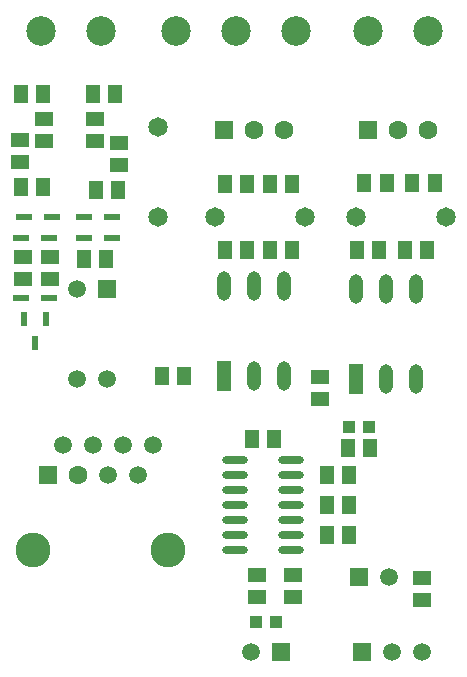
<source format=gbr>
%FSDAX24Y24*%
%MOIN*%
%SFA1B1*%

%IPPOS*%
%ADD10R,0.051200X0.059100*%
%ADD11O,0.086600X0.023600*%
%ADD12R,0.059100X0.051200*%
%ADD13R,0.057100X0.021700*%
%ADD14R,0.023600X0.051200*%
%ADD15R,0.043300X0.039400*%
%ADD20R,0.059100X0.059100*%
%ADD21C,0.059100*%
%ADD22R,0.059100X0.059100*%
%ADD23C,0.098400*%
%ADD24C,0.065000*%
%ADD25O,0.047200X0.098400*%
%ADD26R,0.047200X0.098400*%
%ADD27C,0.063000*%
%ADD28R,0.063000X0.063000*%
%ADD29C,0.116100*%
%ADD30C,0.063000*%
%ADD31C,0.059100*%
%ADD32R,0.059100X0.059100*%
%LNde-060418_pads_top-1*%
%LPD*%
G54D10*
X011774Y004900D03*
X011026D03*
X009274Y008100D03*
X008526D03*
X003226Y019600D03*
X003974D03*
X003326Y016400D03*
X004074D03*
X003674Y014100D03*
X002926D03*
X001574Y019600D03*
X000826D03*
X001574Y016500D03*
X000826D03*
X008374Y016600D03*
X007626D03*
X009874D03*
X009126D03*
Y014400D03*
X009874D03*
X007626D03*
X008374D03*
X011774Y005900D03*
X011026D03*
X012474Y007800D03*
X011726D03*
X006274Y010200D03*
X005526D03*
X013024Y016650D03*
X012276D03*
X014624D03*
X013876D03*
X013626Y014400D03*
X014374D03*
X012026D03*
X012774D03*
X011774Y006900D03*
X011026D03*
G54D11*
X009845Y004400D03*
Y004900D03*
Y005400D03*
Y005900D03*
Y006400D03*
Y006900D03*
Y007400D03*
X007955Y004400D03*
Y004900D03*
Y005400D03*
Y005900D03*
Y006400D03*
Y006900D03*
Y007400D03*
G54D12*
X003300Y018026D03*
Y018774D03*
X004100Y017226D03*
Y017974D03*
X000900Y013426D03*
Y014174D03*
X001800Y013426D03*
Y014174D03*
X009900Y003574D03*
Y002826D03*
X008700Y003574D03*
Y002826D03*
X001600Y018026D03*
Y018774D03*
X000800Y017326D03*
Y018074D03*
X010800Y010174D03*
Y009426D03*
X014200Y002726D03*
Y003474D03*
G54D13*
X003863Y014800D03*
X002937D03*
X000837D03*
X001763D03*
X000837Y012800D03*
X001763D03*
X002937Y015500D03*
X003863D03*
X001863D03*
X000937D03*
G54D14*
X001674Y012113D03*
X000926D03*
X001300Y011287D03*
G54D15*
X011765Y008500D03*
X012435D03*
X008665Y002000D03*
X009335D03*
G54D20*
X012200Y001000D03*
X012100Y003500D03*
X009500Y001000D03*
G54D21*
X013200Y001000D03*
X014200D03*
X002700Y010100D03*
X003700D03*
X002700Y013100D03*
X013100Y003500D03*
X008500Y001000D03*
G54D22*
X003700Y013100D03*
G54D23*
X001516Y021700D03*
X003484D03*
X010000D03*
X008000D03*
X006000D03*
X014384D03*
X012416D03*
G54D24*
X005400Y018500D03*
Y015500D03*
X010300D03*
X007300D03*
X015000D03*
X012000D03*
G54D25*
X009600Y013200D03*
X008600D03*
X007600D03*
X009600Y010200D03*
X008600D03*
X014000Y013100D03*
X013000D03*
X012000D03*
X014000Y010100D03*
X013000D03*
G54D26*
X007600Y010200D03*
X012000Y010100D03*
G54D27*
X009600Y018400D03*
X008600D03*
X014400D03*
X013400D03*
G54D28*
X007600Y018400D03*
X012400D03*
G54D29*
X005750Y004390D03*
X001250D03*
G54D30*
X002750Y006890D03*
G54D31*
X003750Y006890D03*
X003250Y007890D03*
X004250D03*
X004750Y006890D03*
X002250Y007890D03*
X005250D03*
G54D32*
X001750Y006890D03*
M02*
</source>
